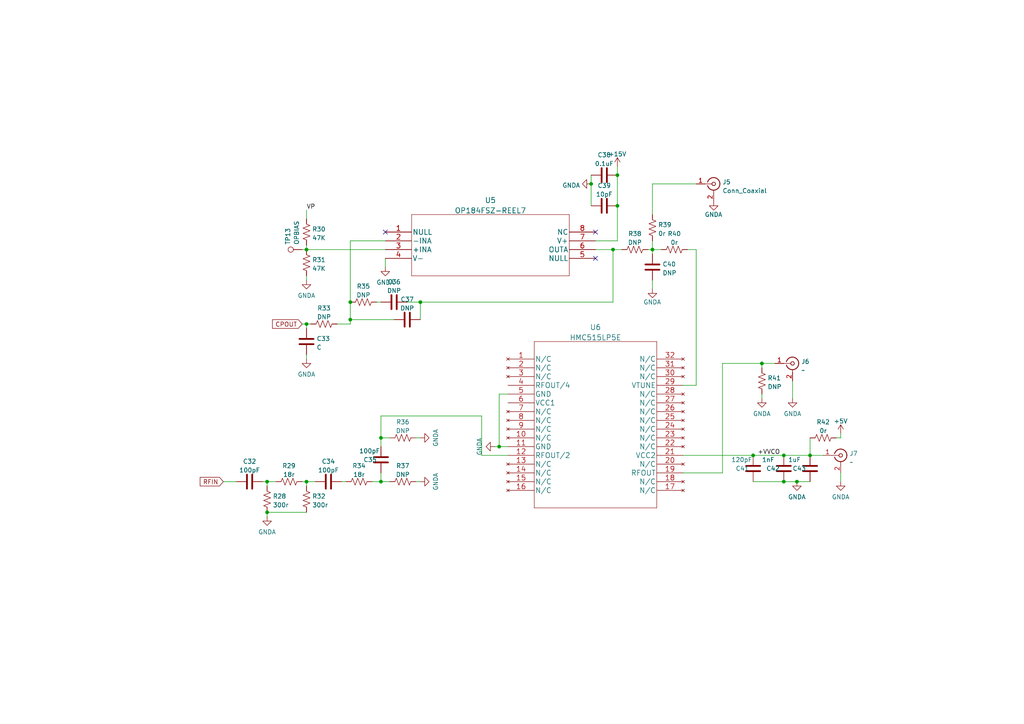
<source format=kicad_sch>
(kicad_sch (version 20211123) (generator eeschema)
  (paper "A4")
  (lib_symbols
    (symbol "2022-04-18_09-56-09:HMC515LP5E" (pin_names (offset 0.254))
      (property "Reference" "U" (at 25.4 10.16 0))
      (property "Value" "HMC515LP5E" (at 25.4 7.62 0))
      (symbol "HMC515LP5E_1_1"
        (polyline (pts (xy 7.62 -43.18) (xy 43.18 -43.18)) (stroke (width 0.127)))
        (polyline (pts (xy 7.62 5.08) (xy 7.62 -43.18)) (stroke (width 0.127)))
        (polyline (pts (xy 43.18 -43.18) (xy 43.18 5.08)) (stroke (width 0.127)))
        (polyline (pts (xy 43.18 5.08) (xy 7.62 5.08)) (stroke (width 0.127)))
        (pin no_connect line (at 0 0 0) (length 7.62) (name "N/C") (number "1"))
        (pin no_connect line (at 0 -22.86 0) (length 7.62) (name "N/C") (number "10"))
        (pin power_in line (at 0 -25.4 0) (length 7.62) (name "GND") (number "11"))
        (pin output line (at 0 -27.94 0) (length 7.62) (name "RFOUT/2") (number "12"))
        (pin no_connect line (at 0 -30.48 0) (length 7.62) (name "N/C") (number "13"))
        (pin no_connect line (at 0 -33.02 0) (length 7.62) (name "N/C") (number "14"))
        (pin no_connect line (at 0 -35.56 0) (length 7.62) (name "N/C") (number "15"))
        (pin no_connect line (at 0 -38.1 0) (length 7.62) (name "N/C") (number "16"))
        (pin no_connect line (at 50.8 -38.1 180) (length 7.62) (name "N/C") (number "17"))
        (pin no_connect line (at 50.8 -35.56 180) (length 7.62) (name "N/C") (number "18"))
        (pin output line (at 50.8 -33.02 180) (length 7.62) (name "RFOUT") (number "19"))
        (pin no_connect line (at 0 -2.54 0) (length 7.62) (name "N/C") (number "2"))
        (pin no_connect line (at 50.8 -30.48 180) (length 7.62) (name "N/C") (number "20"))
        (pin power_in line (at 50.8 -27.94 180) (length 7.62) (name "VCC2") (number "21"))
        (pin no_connect line (at 50.8 -25.4 180) (length 7.62) (name "N/C") (number "22"))
        (pin no_connect line (at 50.8 -22.86 180) (length 7.62) (name "N/C") (number "23"))
        (pin no_connect line (at 50.8 -20.32 180) (length 7.62) (name "N/C") (number "24"))
        (pin no_connect line (at 50.8 -17.78 180) (length 7.62) (name "N/C") (number "25"))
        (pin no_connect line (at 50.8 -15.24 180) (length 7.62) (name "N/C") (number "26"))
        (pin no_connect line (at 50.8 -12.7 180) (length 7.62) (name "N/C") (number "27"))
        (pin no_connect line (at 50.8 -10.16 180) (length 7.62) (name "N/C") (number "28"))
        (pin unspecified line (at 50.8 -7.62 180) (length 7.62) (name "VTUNE") (number "29"))
        (pin no_connect line (at 0 -5.08 0) (length 7.62) (name "N/C") (number "3"))
        (pin no_connect line (at 50.8 -5.08 180) (length 7.62) (name "N/C") (number "30"))
        (pin no_connect line (at 50.8 -2.54 180) (length 7.62) (name "N/C") (number "31"))
        (pin no_connect line (at 50.8 0 180) (length 7.62) (name "N/C") (number "32"))
        (pin output line (at 0 -7.62 0) (length 7.62) (name "RFOUT/4") (number "4"))
        (pin power_in line (at 0 -10.16 0) (length 7.62) (name "GND") (number "5"))
        (pin power_in line (at 0 -12.7 0) (length 7.62) (name "VCC1") (number "6"))
        (pin no_connect line (at 0 -15.24 0) (length 7.62) (name "N/C") (number "7"))
        (pin no_connect line (at 0 -17.78 0) (length 7.62) (name "N/C") (number "8"))
        (pin no_connect line (at 0 -20.32 0) (length 7.62) (name "N/C") (number "9"))
      )
    )
    (symbol "2022-04-18_10-06-03:OP184FSZ-REEL7" (pin_names (offset 0.254))
      (property "Reference" "U" (at 30.48 10.16 0))
      (property "Value" "OP184FSZ-REEL7" (at 30.48 7.62 0))
      (symbol "OP184FSZ-REEL7_1_1"
        (polyline (pts (xy 7.62 -12.7) (xy 53.34 -12.7)) (stroke (width 0.127)))
        (polyline (pts (xy 7.62 5.08) (xy 7.62 -12.7)) (stroke (width 0.127)))
        (polyline (pts (xy 53.34 -12.7) (xy 53.34 5.08)) (stroke (width 0.127)))
        (polyline (pts (xy 53.34 5.08) (xy 7.62 5.08)) (stroke (width 0.127)))
        (pin unspecified line (at 0 0 0) (length 7.62) (name "NULL") (number "1"))
        (pin unspecified line (at 0 -2.54 0) (length 7.62) (name "-INA") (number "2"))
        (pin unspecified line (at 0 -5.08 0) (length 7.62) (name "+INA") (number "3"))
        (pin power_in line (at 0 -7.62 0) (length 7.62) (name "V-") (number "4"))
        (pin unspecified line (at 60.96 -7.62 180) (length 7.62) (name "NULL") (number "5"))
        (pin unspecified line (at 60.96 -5.08 180) (length 7.62) (name "OUTA") (number "6"))
        (pin power_in line (at 60.96 -2.54 180) (length 7.62) (name "V+") (number "7"))
        (pin unspecified line (at 60.96 0 180) (length 7.62) (name "NC") (number "8"))
      )
    )
    (symbol "Connector:Conn_Coaxial" (pin_names (offset 1.016) hide)
      (property "Reference" "J" (at 0.254 3.048 0))
      (property "Value" "Conn_Coaxial" (at 2.921 0 90))
      (symbol "Conn_Coaxial_0_1"
        (arc (start -1.778 -0.508) (mid 0.2311 -1.8066) (end 1.778 0) (stroke (width 0.254)))
        (polyline (pts (xy -2.54 0) (xy -0.508 0)))
        (polyline (pts (xy 0 -2.54) (xy 0 -1.778)))
        (circle (center 0 0) (radius 0.508) (stroke (width 0.2032)))
        (arc (start 1.778 0) (mid 0.2099 1.8101) (end -1.778 0.508) (stroke (width 0.254)))
      )
      (symbol "Conn_Coaxial_1_1"
        (pin passive line (at -5.08 0 0) (length 2.54) (name "In") (number "1"))
        (pin passive line (at 0 -5.08 90) (length 2.54) (name "Ext") (number "2"))
      )
    )
    (symbol "Connector:TestPoint" (pin_numbers hide) (pin_names (offset 0.762) hide)
      (property "Reference" "TP" (at 0 6.858 0))
      (property "Value" "TestPoint" (at 0 5.08 0))
      (symbol "TestPoint_0_1"
        (circle (center 0 3.302) (radius 0.762))
      )
      (symbol "TestPoint_1_1"
        (pin passive line (at 0 0 90) (length 2.54) (name "1") (number "1"))
      )
    )
    (symbol "Device:C" (pin_numbers hide) (pin_names (offset 0.254))
      (property "Reference" "C" (at 0.635 2.54 0))
      (property "Value" "C" (at 0.635 -2.54 0))
      (symbol "C_0_1"
        (polyline (pts (xy -2.032 -0.762) (xy 2.032 -0.762)) (stroke (width 0.508)))
        (polyline (pts (xy -2.032 0.762) (xy 2.032 0.762)) (stroke (width 0.508)))
      )
      (symbol "C_1_1"
        (pin passive line (at 0 3.81 270) (length 2.794) (name "~") (number "1"))
        (pin passive line (at 0 -3.81 90) (length 2.794) (name "~") (number "2"))
      )
    )
    (symbol "Device:R_US" (pin_numbers hide) (pin_names (offset 0))
      (property "Reference" "R" (at 2.54 0 90))
      (property "Value" "R_US" (at -2.54 0 90))
      (symbol "R_US_0_1"
        (polyline (pts (xy 0 -2.286) (xy 0 -2.54)))
        (polyline (pts (xy 0 2.286) (xy 0 2.54)))
        (polyline (pts (xy 0 -0.762) (xy 1.016 -1.143) (xy 0 -1.524) (xy -1.016 -1.905) (xy 0 -2.286)))
        (polyline (pts (xy 0 0.762) (xy 1.016 0.381) (xy 0 0) (xy -1.016 -0.381) (xy 0 -0.762)))
        (polyline (pts (xy 0 2.286) (xy 1.016 1.905) (xy 0 1.524) (xy -1.016 1.143) (xy 0 0.762)))
      )
      (symbol "R_US_1_1"
        (pin passive line (at 0 3.81 270) (length 1.27) (name "~") (number "1"))
        (pin passive line (at 0 -3.81 90) (length 1.27) (name "~") (number "2"))
      )
    )
    (symbol "power:+15V" (power) (pin_names (offset 0))
      (property "Value" "+15V" (at 0 3.556 0))
      (symbol "+15V_0_1"
        (polyline (pts (xy -0.762 1.27) (xy 0 2.54)))
        (polyline (pts (xy 0 0) (xy 0 2.54)))
        (polyline (pts (xy 0 2.54) (xy 0.762 1.27)))
      )
      (symbol "+15V_1_1"
        (pin power_in line (at 0 0 90) (length 0) hide (name "+15V") (number "1"))
      )
    )
    (symbol "power:+5V" (power) (pin_names (offset 0))
      (property "Value" "+5V" (at 0 3.556 0))
      (symbol "+5V_0_1"
        (polyline (pts (xy -0.762 1.27) (xy 0 2.54)))
        (polyline (pts (xy 0 0) (xy 0 2.54)))
        (polyline (pts (xy 0 2.54) (xy 0.762 1.27)))
      )
      (symbol "+5V_1_1"
        (pin power_in line (at 0 0 90) (length 0) hide (name "+5V") (number "1"))
      )
    )
    (symbol "power:GNDA" (power) (pin_names (offset 0))
      (property "Value" "GNDA" (at 0 -3.81 0))
      (symbol "GNDA_0_1"
        (polyline (pts (xy 0 0) (xy 0 -1.27) (xy 1.27 -1.27) (xy 0 -2.54) (xy -1.27 -1.27) (xy 0 -1.27)))
      )
      (symbol "GNDA_1_1"
        (pin power_in line (at 0 0 270) (length 0) hide (name "GNDA") (number "1"))
      )
    )
  )
  (junction (at 88.9 93.98))
  (junction (at 88.9 139.7))
  (junction (at 179.07 50.8))
  (junction (at 220.98 105.41))
  (junction (at 121.92 87.63))
  (junction (at 218.44 132.08))
  (junction (at 77.47 148.59))
  (junction (at 177.8 72.39))
  (junction (at 88.9 72.39))
  (junction (at 77.47 139.7))
  (junction (at 234.95 132.08))
  (junction (at 227.33 139.7))
  (junction (at 227.33 132.08))
  (junction (at 110.49 139.7))
  (junction (at 110.49 127))
  (junction (at 231.14 139.7))
  (junction (at 101.6 92.71))
  (junction (at 189.23 72.39))
  (junction (at 144.78 129.54))
  (junction (at 171.45 53.34))
  (junction (at 179.07 59.69))
  (junction (at 101.6 87.63))
  (no_connect (at 111.76 67.31))
  (no_connect (at 172.72 67.31))
  (no_connect (at 172.72 74.93))
  (wire (pts (xy 177.8 72.39) (xy 180.34 72.39)))
  (wire (pts (xy 88.9 60.96) (xy 88.9 63.5)))
  (wire (pts (xy 198.12 132.08) (xy 218.44 132.08)))
  (wire (pts (xy 177.8 87.63) (xy 121.92 87.63)))
  (wire (pts (xy 209.55 105.41) (xy 220.98 105.41)))
  (wire (pts (xy 110.49 127) (xy 113.03 127)))
  (wire (pts (xy 110.49 129.54) (xy 110.49 127)))
  (wire (pts (xy 77.47 148.59) (xy 77.47 149.86)))
  (wire (pts (xy 189.23 69.85) (xy 189.23 72.39)))
  (wire (pts (xy 179.07 59.69) (xy 179.07 50.8)))
  (wire (pts (xy 189.23 72.39) (xy 191.77 72.39)))
  (wire (pts (xy 77.47 139.7) (xy 80.01 139.7)))
  (wire (pts (xy 198.12 137.16) (xy 209.55 137.16)))
  (wire (pts (xy 172.72 72.39) (xy 177.8 72.39)))
  (wire (pts (xy 144.78 114.3) (xy 144.78 129.54)))
  (wire (pts (xy 64.77 139.7) (xy 68.58 139.7)))
  (wire (pts (xy 177.8 72.39) (xy 177.8 87.63)))
  (wire (pts (xy 88.9 71.12) (xy 88.9 72.39)))
  (wire (pts (xy 229.87 115.57) (xy 229.87 110.49)))
  (wire (pts (xy 101.6 92.71) (xy 114.3 92.71)))
  (wire (pts (xy 227.33 139.7) (xy 231.14 139.7)))
  (wire (pts (xy 189.23 72.39) (xy 187.96 72.39)))
  (wire (pts (xy 120.65 139.7) (xy 121.92 139.7)))
  (wire (pts (xy 189.23 53.34) (xy 201.93 53.34)))
  (wire (pts (xy 101.6 87.63) (xy 101.6 92.71)))
  (wire (pts (xy 87.63 93.98) (xy 88.9 93.98)))
  (wire (pts (xy 110.49 137.16) (xy 110.49 139.7)))
  (wire (pts (xy 243.84 125.73) (xy 243.84 127)))
  (wire (pts (xy 101.6 69.85) (xy 101.6 87.63)))
  (wire (pts (xy 179.07 69.85) (xy 179.07 59.69)))
  (wire (pts (xy 121.92 87.63) (xy 118.11 87.63)))
  (wire (pts (xy 144.78 129.54) (xy 147.32 129.54)))
  (wire (pts (xy 87.63 72.39) (xy 88.9 72.39)))
  (wire (pts (xy 120.65 127) (xy 121.92 127)))
  (wire (pts (xy 243.84 127) (xy 242.57 127)))
  (wire (pts (xy 109.22 87.63) (xy 110.49 87.63)))
  (wire (pts (xy 171.45 53.34) (xy 171.45 59.69)))
  (wire (pts (xy 88.9 102.87) (xy 88.9 104.14)))
  (wire (pts (xy 147.32 132.08) (xy 139.7 132.08)))
  (wire (pts (xy 88.9 72.39) (xy 111.76 72.39)))
  (wire (pts (xy 147.32 114.3) (xy 144.78 114.3)))
  (wire (pts (xy 111.76 74.93) (xy 111.76 77.47)))
  (wire (pts (xy 77.47 148.59) (xy 88.9 148.59)))
  (wire (pts (xy 110.49 139.7) (xy 113.03 139.7)))
  (wire (pts (xy 220.98 106.68) (xy 220.98 105.41)))
  (wire (pts (xy 231.14 139.7) (xy 234.95 139.7)))
  (wire (pts (xy 243.84 137.16) (xy 243.84 139.7)))
  (wire (pts (xy 234.95 127) (xy 234.95 132.08)))
  (wire (pts (xy 88.9 139.7) (xy 87.63 139.7)))
  (wire (pts (xy 88.9 140.97) (xy 88.9 139.7)))
  (wire (pts (xy 111.76 69.85) (xy 101.6 69.85)))
  (wire (pts (xy 220.98 115.57) (xy 220.98 114.3)))
  (wire (pts (xy 209.55 137.16) (xy 209.55 105.41)))
  (wire (pts (xy 201.93 72.39) (xy 201.93 111.76)))
  (wire (pts (xy 88.9 93.98) (xy 90.17 93.98)))
  (wire (pts (xy 88.9 80.01) (xy 88.9 81.28)))
  (wire (pts (xy 88.9 139.7) (xy 91.44 139.7)))
  (wire (pts (xy 97.79 93.98) (xy 101.6 93.98)))
  (wire (pts (xy 189.23 62.23) (xy 189.23 53.34)))
  (wire (pts (xy 199.39 72.39) (xy 201.93 72.39)))
  (wire (pts (xy 189.23 81.28) (xy 189.23 83.82)))
  (wire (pts (xy 179.07 50.8) (xy 179.07 48.26)))
  (wire (pts (xy 76.2 139.7) (xy 77.47 139.7)))
  (wire (pts (xy 121.92 87.63) (xy 121.92 92.71)))
  (wire (pts (xy 101.6 92.71) (xy 101.6 93.98)))
  (wire (pts (xy 107.95 139.7) (xy 110.49 139.7)))
  (wire (pts (xy 139.7 132.08) (xy 139.7 120.65)))
  (wire (pts (xy 77.47 139.7) (xy 77.47 140.97)))
  (wire (pts (xy 139.7 120.65) (xy 110.49 120.65)))
  (wire (pts (xy 99.06 139.7) (xy 100.33 139.7)))
  (wire (pts (xy 218.44 139.7) (xy 227.33 139.7)))
  (wire (pts (xy 218.44 132.08) (xy 227.33 132.08)))
  (wire (pts (xy 110.49 120.65) (xy 110.49 127)))
  (wire (pts (xy 172.72 69.85) (xy 179.07 69.85)))
  (wire (pts (xy 227.33 132.08) (xy 234.95 132.08)))
  (wire (pts (xy 88.9 95.25) (xy 88.9 93.98)))
  (wire (pts (xy 201.93 111.76) (xy 198.12 111.76)))
  (wire (pts (xy 234.95 132.08) (xy 238.76 132.08)))
  (wire (pts (xy 220.98 105.41) (xy 224.79 105.41)))
  (wire (pts (xy 171.45 50.8) (xy 171.45 53.34)))
  (wire (pts (xy 143.51 129.54) (xy 144.78 129.54)))
  (wire (pts (xy 189.23 73.66) (xy 189.23 72.39)))
  (label "+VVCO" (at 219.71 132.08 0))
  (label "VP" (at 88.9 60.96 0))
  (global_label "CPOUT" (shape input) (at 87.63 93.98 180) (property "Intersheet References" "${INTERSHEET_REFS}" (effects hide)))
  (global_label "RFIN" (shape input) (at 64.77 139.7 180) (property "Intersheet References" "${INTERSHEET_REFS}" (effects hide)))
  (symbol (lib_id "Device:R_US") (at 220.98 110.49 180) (unit 1)
    (property "Reference" "R41" (at 222.631 109.6553 0) (effects (justify right)))
    (property "Value" "DNP" (at 222.631 112.1922 0) (effects (justify right)))
    (property "Footprint" "Resistor_SMD:R_0201_0603Metric_Pad0.64x0.40mm_HandSolder" (effects hide))
  )
  (symbol (lib_id "Device:R_US") (at 93.98 93.98 90) (unit 1)
    (property "Reference" "R33" (at 93.98 89.3912 90))
    (property "Value" "DNP" (at 93.98 91.9281 90))
    (property "Footprint" "Resistor_SMD:R_0201_0603Metric_Pad0.64x0.40mm_HandSolder" (effects hide))
  )
  (symbol (lib_id "power:GNDA") (at 220.98 115.57 0) (unit 1)
    (property "Reference" "#PWR0154" (effects hide))
    (property "Value" "GNDA" (at 220.98 120.0134 0))
  )
  (symbol (lib_id "power:GNDA") (at 121.92 127 90) (unit 1)
    (property "Reference" "#PWR0143" (effects hide))
    (property "Value" "GNDA" (at 126.3634 127 0))
  )
  (symbol (lib_id "Connector:TestPoint") (at 87.63 72.39 90) (unit 1)
    (property "Reference" "TP13" (at 83.4933 70.993 0) (effects (justify left)))
    (property "Value" "OPBIAS" (at 86.0302 70.993 0) (effects (justify left)))
    (property "Footprint" "TestPoint:TestPoint_Loop_D1.80mm_Drill1.0mm_Beaded" (effects hide))
  )
  (symbol (lib_id "Device:R_US") (at 88.9 67.31 0) (unit 1)
    (property "Reference" "R30" (at 90.551 66.4753 0) (effects (justify left)))
    (property "Value" "47K" (at 90.551 69.0122 0) (effects (justify left)))
    (property "Footprint" "Resistor_SMD:R_0201_0603Metric_Pad0.64x0.40mm_HandSolder" (effects hide))
  )
  (symbol (lib_id "power:+15V") (at 179.07 48.26 0) (unit 1)
    (property "Reference" "#PWR0145" (effects hide))
    (property "Value" "+15V" (at 179.07 44.6842 0))
  )
  (symbol (lib_id "power:+5V") (at 243.84 125.73 0) (unit 1)
    (property "Reference" "#PWR0152" (effects hide))
    (property "Value" "+5V" (at 243.84 122.1542 0))
  )
  (symbol (lib_id "Device:R_US") (at 77.47 144.78 0) (unit 1)
    (property "Reference" "R28" (at 79.121 143.9453 0) (effects (justify left)))
    (property "Value" "300r" (at 79.121 146.4822 0) (effects (justify left)))
    (property "Footprint" "Resistor_SMD:R_0201_0603Metric_Pad0.64x0.40mm_HandSolder" (effects hide))
  )
  (symbol (lib_id "power:GNDA") (at 88.9 104.14 0) (unit 1)
    (property "Reference" "#PWR0150" (effects hide))
    (property "Value" "GNDA" (at 88.9 108.5834 0))
  )
  (symbol (lib_id "Device:R_US") (at 116.84 127 90) (unit 1)
    (property "Reference" "R36" (at 116.84 122.4112 90))
    (property "Value" "DNP" (at 116.84 124.9481 90))
    (property "Footprint" "Resistor_SMD:R_0201_0603Metric_Pad0.64x0.40mm_HandSolder" (effects hide))
  )
  (symbol (lib_id "Device:R_US") (at 104.14 139.7 90) (unit 1)
    (property "Reference" "R34" (at 104.14 135.1112 90))
    (property "Value" "18r" (at 104.14 137.6481 90))
    (property "Footprint" "Resistor_SMD:R_0201_0603Metric_Pad0.64x0.40mm_HandSolder" (effects hide))
  )
  (symbol (lib_id "Device:R_US") (at 238.76 127 90) (unit 1)
    (property "Reference" "R42" (at 238.76 122.4112 90))
    (property "Value" "0r" (at 238.76 124.9481 90))
    (property "Footprint" "Resistor_SMD:R_0201_0603Metric_Pad0.64x0.40mm_HandSolder" (effects hide))
  )
  (symbol (lib_id "Device:R_US") (at 195.58 72.39 90) (unit 1)
    (property "Reference" "R40" (at 195.58 67.8012 90))
    (property "Value" "0r" (at 195.58 70.3381 90))
    (property "Footprint" "Resistor_SMD:R_0201_0603Metric_Pad0.64x0.40mm_HandSolder" (effects hide))
  )
  (symbol (lib_id "power:GNDA") (at 88.9 81.28 0) (unit 1)
    (property "Reference" "#PWR0149" (effects hide))
    (property "Value" "GNDA" (at 88.9 85.7234 0))
  )
  (symbol (lib_id "Device:C") (at 88.9 99.06 0) (unit 1)
    (property "Reference" "C33" (at 91.821 98.2253 0) (effects (justify left)))
    (property "Value" "C" (at 91.821 100.7622 0) (effects (justify left)))
    (property "Footprint" "Capacitor_SMD:C_0402_1005Metric_Pad0.74x0.62mm_HandSolder" (effects hide))
  )
  (symbol (lib_id "Device:C") (at 189.23 77.47 180) (unit 1)
    (property "Reference" "C40" (at 192.151 76.6353 0) (effects (justify right)))
    (property "Value" "DNP" (at 192.151 79.1722 0) (effects (justify right)))
    (property "Footprint" "Capacitor_SMD:C_0402_1005Metric" (effects hide))
  )
  (symbol (lib_id "Device:C") (at 227.33 135.89 180) (unit 1)
    (property "Reference" "C42" (at 222.25 135.89 0) (effects (justify right)))
    (property "Value" "1nF" (at 220.98 133.35 0) (effects (justify right)))
    (property "Footprint" "Capacitor_SMD:C_0201_0603Metric_Pad0.64x0.40mm_HandSolder" (effects hide))
  )
  (symbol (lib_id "2022-04-18_09-56-09:HMC515LP5E") (at 147.32 104.14 0) (unit 1)
    (property "Reference" "U6" (at 172.72 94.9124 0) (effects (font (size 1.524 1.524))))
    (property "Value" "HMC515LP5E" (at 172.72 97.9058 0) (effects (font (size 1.524 1.524))))
    (property "Footprint" "hmc515lp5e:HMC515LP5E" (effects hide))
  )
  (symbol (lib_id "power:GNDA") (at 243.84 139.7 0) (unit 1)
    (property "Reference" "#PWR0151" (effects hide))
    (property "Value" "GNDA" (at 243.84 144.1434 0))
  )
  (symbol (lib_id "Device:C") (at 234.95 135.89 180) (unit 1)
    (property "Reference" "C43" (at 229.87 135.89 0) (effects (justify right)))
    (property "Value" "1uF" (at 228.6 133.35 0) (effects (justify right)))
    (property "Footprint" "Capacitor_SMD:C_0201_0603Metric_Pad0.64x0.40mm_HandSolder" (effects hide))
  )
  (symbol (lib_id "Device:R_US") (at 83.82 139.7 90) (unit 1)
    (property "Reference" "R29" (at 83.82 135.1112 90))
    (property "Value" "18r" (at 83.82 137.6481 90))
    (property "Footprint" "Resistor_SMD:R_0201_0603Metric_Pad0.64x0.40mm_HandSolder" (effects hide))
  )
  (symbol (lib_id "Device:R_US") (at 105.41 87.63 90) (unit 1)
    (property "Reference" "R35" (at 105.41 83.0412 90))
    (property "Value" "DNP" (at 105.41 85.5781 90))
    (property "Footprint" "Resistor_SMD:R_0201_0603Metric_Pad0.64x0.40mm_HandSolder" (effects hide))
  )
  (symbol (lib_id "Device:R_US") (at 189.23 66.04 180) (unit 1)
    (property "Reference" "R39" (at 190.881 65.2053 0) (effects (justify right)))
    (property "Value" "0r" (at 190.881 67.7422 0) (effects (justify right)))
    (property "Footprint" "Resistor_SMD:R_0201_0603Metric_Pad0.64x0.40mm_HandSolder" (effects hide))
  )
  (symbol (lib_id "Device:C") (at 175.26 50.8 90) (unit 1)
    (property "Reference" "C38" (at 175.26 44.9412 90))
    (property "Value" "0.1uF" (at 175.26 47.4781 90))
    (property "Footprint" "Capacitor_SMD:C_0201_0603Metric_Pad0.64x0.40mm_HandSolder" (effects hide))
  )
  (symbol (lib_id "power:GNDA") (at 121.92 139.7 90) (unit 1)
    (property "Reference" "#PWR0142" (effects hide))
    (property "Value" "GNDA" (at 126.3634 139.7 0))
  )
  (symbol (lib_id "Device:C") (at 114.3 87.63 90) (unit 1)
    (property "Reference" "C36" (at 114.3 81.7712 90))
    (property "Value" "DNP" (at 114.3 84.3081 90))
    (property "Footprint" "Capacitor_SMD:C_0402_1005Metric_Pad0.74x0.62mm_HandSolder" (effects hide))
  )
  (symbol (lib_id "power:GNDA") (at 229.87 115.57 0) (unit 1)
    (property "Reference" "#PWR0156" (effects hide))
    (property "Value" "GNDA" (at 229.87 120.0134 0))
  )
  (symbol (lib_id "Device:C") (at 218.44 135.89 180) (unit 1)
    (property "Reference" "C41" (at 213.36 135.89 0) (effects (justify right)))
    (property "Value" "120pF" (at 212.09 133.35 0) (effects (justify right)))
    (property "Footprint" "Capacitor_SMD:C_0201_0603Metric_Pad0.64x0.40mm_HandSolder" (effects hide))
  )
  (symbol (lib_id "Connector:Conn_Coaxial") (at 207.01 53.34 0) (unit 1)
    (property "Reference" "J5" (at 209.55 52.7985 0) (effects (justify left)))
    (property "Value" "Conn_Coaxial" (at 209.55 55.3354 0) (effects (justify left)))
    (property "Footprint" "Connector_Coaxial:U.FL_Molex_MCRF_73412-0110_Vertical" (effects hide))
    (property "Datasheet" " ~" (effects hide))
  )
  (symbol (lib_id "Device:C") (at 118.11 92.71 90) (unit 1)
    (property "Reference" "C37" (at 118.11 86.8512 90))
    (property "Value" "DNP" (at 118.11 89.3881 90))
    (property "Footprint" "Capacitor_SMD:C_0402_1005Metric_Pad0.74x0.62mm_HandSolder" (effects hide))
  )
  (symbol (lib_id "power:GNDA") (at 189.23 83.82 0) (unit 1)
    (property "Reference" "#PWR0153" (effects hide))
    (property "Value" "GNDA" (at 191.77 87.63 0) (effects (justify right)))
  )
  (symbol (lib_id "Device:R_US") (at 88.9 144.78 0) (unit 1)
    (property "Reference" "R32" (at 90.551 143.9453 0) (effects (justify left)))
    (property "Value" "300r" (at 90.551 146.4822 0) (effects (justify left)))
    (property "Footprint" "Resistor_SMD:R_0201_0603Metric_Pad0.64x0.40mm_HandSolder" (effects hide))
  )
  (symbol (lib_id "power:GNDA") (at 207.01 58.42 0) (unit 1)
    (property "Reference" "#PWR0146" (effects hide))
    (property "Value" "GNDA" (at 209.55 62.23 0) (effects (justify right)))
  )
  (symbol (lib_id "power:GNDA") (at 77.47 149.86 0) (unit 1)
    (property "Reference" "#PWR0144" (effects hide))
    (property "Value" "GNDA" (at 77.47 154.3034 0))
  )
  (symbol (lib_id "Device:C") (at 110.49 133.35 180) (unit 1)
    (property "Reference" "C35" (at 105.41 133.35 0) (effects (justify right)))
    (property "Value" "100pF" (at 104.14 130.81 0) (effects (justify right)))
    (property "Footprint" "Capacitor_SMD:C_0201_0603Metric_Pad0.64x0.40mm_HandSolder" (effects hide))
  )
  (symbol (lib_id "2022-04-18_10-06-03:OP184FSZ-REEL7") (at 111.76 67.31 0) (unit 1)
    (property "Reference" "U5" (at 142.24 58.0824 0) (effects (font (size 1.524 1.524))))
    (property "Value" "OP184FSZ-REEL7" (at 142.24 61.0758 0) (effects (font (size 1.524 1.524))))
    (property "Footprint" "op184:OP184FSZ-REEL7" (effects hide))
  )
  (symbol (lib_id "Device:R_US") (at 88.9 76.2 0) (unit 1)
    (property "Reference" "R31" (at 90.551 75.3653 0) (effects (justify left)))
    (property "Value" "47K" (at 90.551 77.9022 0) (effects (justify left)))
    (property "Footprint" "Resistor_SMD:R_0201_0603Metric_Pad0.64x0.40mm_HandSolder" (effects hide))
  )
  (symbol (lib_id "power:GNDA") (at 111.76 77.47 0) (unit 1)
    (property "Reference" "#PWR0147" (effects hide))
    (property "Value" "GNDA" (at 111.76 81.9134 0))
  )
  (symbol (lib_id "Device:C") (at 95.25 139.7 90) (unit 1)
    (property "Reference" "C34" (at 95.25 133.8412 90))
    (property "Value" "100pF" (at 95.25 136.3781 90))
    (property "Footprint" "Capacitor_SMD:C_0201_0603Metric_Pad0.64x0.40mm_HandSolder" (effects hide))
  )
  (symbol (lib_id "power:GNDA") (at 143.51 129.54 270) (unit 1)
    (property "Reference" "#PWR0141" (effects hide))
    (property "Value" "GNDA" (at 139.0666 129.54 0))
  )
  (symbol (lib_id "Device:R_US") (at 184.15 72.39 90) (unit 1)
    (property "Reference" "R38" (at 184.15 67.8012 90))
    (property "Value" "DNP" (at 184.15 70.3381 90))
    (property "Footprint" "Resistor_SMD:R_0201_0603Metric_Pad0.64x0.40mm_HandSolder" (effects hide))
  )
  (symbol (lib_id "Connector:Conn_Coaxial") (at 229.87 105.41 0) (unit 1)
    (property "Reference" "J6" (at 232.41 104.8685 0) (effects (justify left)))
    (property "Value" "~" (at 232.41 107.4054 0) (effects (justify left)))
    (property "Footprint" "Connector_Coaxial:U.FL_Molex_MCRF_73412-0110_Vertical" (effects hide))
    (property "Datasheet" " ~" (effects hide))
  )
  (symbol (lib_id "Device:R_US") (at 116.84 139.7 90) (unit 1)
    (property "Reference" "R37" (at 116.84 135.1112 90))
    (property "Value" "DNP" (at 116.84 137.6481 90))
    (property "Footprint" "Resistor_SMD:R_0201_0603Metric_Pad0.64x0.40mm_HandSolder" (effects hide))
  )
  (symbol (lib_id "power:GNDA") (at 231.14 139.7 0) (unit 1)
    (property "Reference" "#PWR0155" (effects hide))
    (property "Value" "GNDA" (at 231.14 144.1434 0))
  )
  (symbol (lib_id "Device:C") (at 72.39 139.7 90) (unit 1)
    (property "Reference" "C32" (at 72.39 133.8412 90))
    (property "Value" "100pF" (at 72.39 136.3781 90))
    (property "Footprint" "Capacitor_SMD:C_0201_0603Metric_Pad0.64x0.40mm_HandSolder" (effects hide))
  )
  (symbol (lib_id "Device:C") (at 175.26 59.69 90) (unit 1)
    (property "Reference" "C39" (at 175.26 53.8312 90))
    (property "Value" "10pF" (at 175.26 56.3681 90))
    (property "Footprint" "Capacitor_SMD:C_0201_0603Metric_Pad0.64x0.40mm_HandSolder" (effects hide))
  )
  (symbol (lib_id "power:GNDA") (at 171.45 53.34 270) (unit 1)
    (property "Reference" "#PWR0148" (effects hide))
    (property "Value" "GNDA" (at 168.275 53.7738 90) (effects (justify right)))
  )
  (symbol (lib_id "Connector:Conn_Coaxial") (at 243.84 132.08 0) (unit 1)
    (property "Reference" "J7" (at 246.38 131.5385 0) (effects (justify left)))
    (property "Value" "~" (at 246.38 134.0754 0) (effects (justify left)))
    (property "Footprint" "Connector_Coaxial:U.FL_Molex_MCRF_73412-0110_Vertical" (effects hide))
    (property "Datasheet" " ~" (effects hide))
  )
)
</source>
